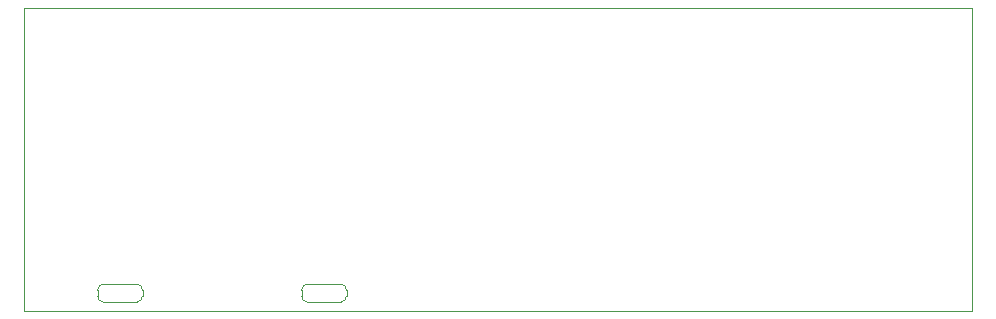
<source format=gm1>
G04 #@! TF.GenerationSoftware,KiCad,Pcbnew,5.1.9+dfsg1-1*
G04 #@! TF.CreationDate,2022-11-10T15:58:18+09:00*
G04 #@! TF.ProjectId,adapter-board,61646170-7465-4722-9d62-6f6172642e6b,rev?*
G04 #@! TF.SameCoordinates,Original*
G04 #@! TF.FileFunction,Profile,NP*
%FSLAX46Y46*%
G04 Gerber Fmt 4.6, Leading zero omitted, Abs format (unit mm)*
G04 Created by KiCad (PCBNEW 5.1.9+dfsg1-1) date 2022-11-10 15:58:18*
%MOMM*%
%LPD*%
G01*
G04 APERTURE LIST*
G04 #@! TA.AperFunction,Profile*
%ADD10C,0.050000*%
G04 #@! TD*
G04 APERTURE END LIST*
D10*
X163830000Y-66802000D02*
X163830000Y-92456000D01*
X83566000Y-92456000D02*
X163830000Y-92456000D01*
X83566000Y-66802000D02*
X163830000Y-66802000D01*
X83566000Y-92456000D02*
X83566000Y-66802000D01*
X90297000Y-91694000D02*
X93091000Y-91694000D01*
X90297000Y-90170000D02*
X93091000Y-90170000D01*
X110363000Y-91694000D02*
X107569000Y-91694000D01*
X107569000Y-90170000D02*
X110363000Y-90170000D01*
X110871000Y-90678000D02*
X110871000Y-91186000D01*
X107061000Y-90678000D02*
X107061000Y-91186000D01*
X93599000Y-90678000D02*
X93599000Y-91186000D01*
X89789000Y-90678000D02*
X89789000Y-91186000D01*
X93091000Y-90170000D02*
G75*
G02*
X93599000Y-90678000I0J-508000D01*
G01*
X93599000Y-91186000D02*
G75*
G02*
X93091000Y-91694000I-508000J0D01*
G01*
X90297000Y-91694000D02*
G75*
G02*
X89789000Y-91186000I0J508000D01*
G01*
X89789000Y-90678000D02*
G75*
G02*
X90297000Y-90170000I508000J0D01*
G01*
X110363000Y-90170000D02*
G75*
G02*
X110871000Y-90678000I0J-508000D01*
G01*
X110871000Y-91186000D02*
G75*
G02*
X110363000Y-91694000I-508000J0D01*
G01*
X107569000Y-91694000D02*
G75*
G02*
X107061000Y-91186000I0J508000D01*
G01*
X107061000Y-90678000D02*
G75*
G02*
X107569000Y-90170000I508000J0D01*
G01*
M02*

</source>
